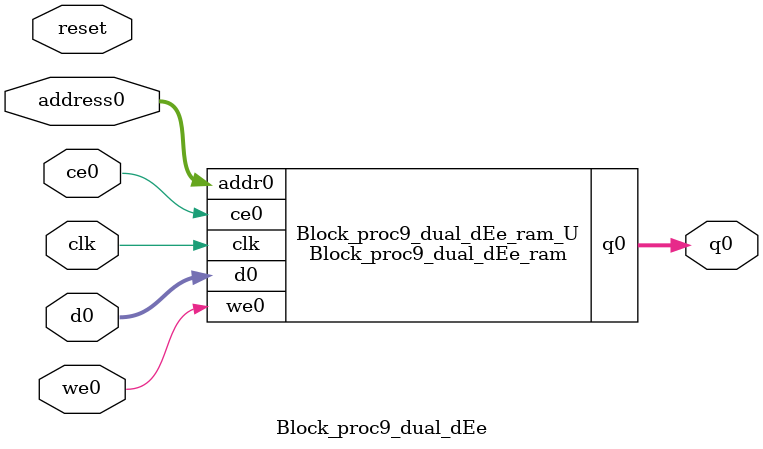
<source format=v>
`timescale 1 ns / 1 ps
module Block_proc9_dual_dEe_ram (addr0, ce0, d0, we0, q0,  clk);

parameter DWIDTH = 32;
parameter AWIDTH = 10;
parameter MEM_SIZE = 1000;

input[AWIDTH-1:0] addr0;
input ce0;
input[DWIDTH-1:0] d0;
input we0;
output reg[DWIDTH-1:0] q0;
input clk;

(* ram_style = "block" *)reg [DWIDTH-1:0] ram[0:MEM_SIZE-1];




always @(posedge clk)  
begin 
    if (ce0) 
    begin
        if (we0) 
        begin 
            ram[addr0] <= d0; 
        end 
        q0 <= ram[addr0];
    end
end


endmodule

`timescale 1 ns / 1 ps
module Block_proc9_dual_dEe(
    reset,
    clk,
    address0,
    ce0,
    we0,
    d0,
    q0);

parameter DataWidth = 32'd32;
parameter AddressRange = 32'd1000;
parameter AddressWidth = 32'd10;
input reset;
input clk;
input[AddressWidth - 1:0] address0;
input ce0;
input we0;
input[DataWidth - 1:0] d0;
output[DataWidth - 1:0] q0;



Block_proc9_dual_dEe_ram Block_proc9_dual_dEe_ram_U(
    .clk( clk ),
    .addr0( address0 ),
    .ce0( ce0 ),
    .we0( we0 ),
    .d0( d0 ),
    .q0( q0 ));

endmodule


</source>
